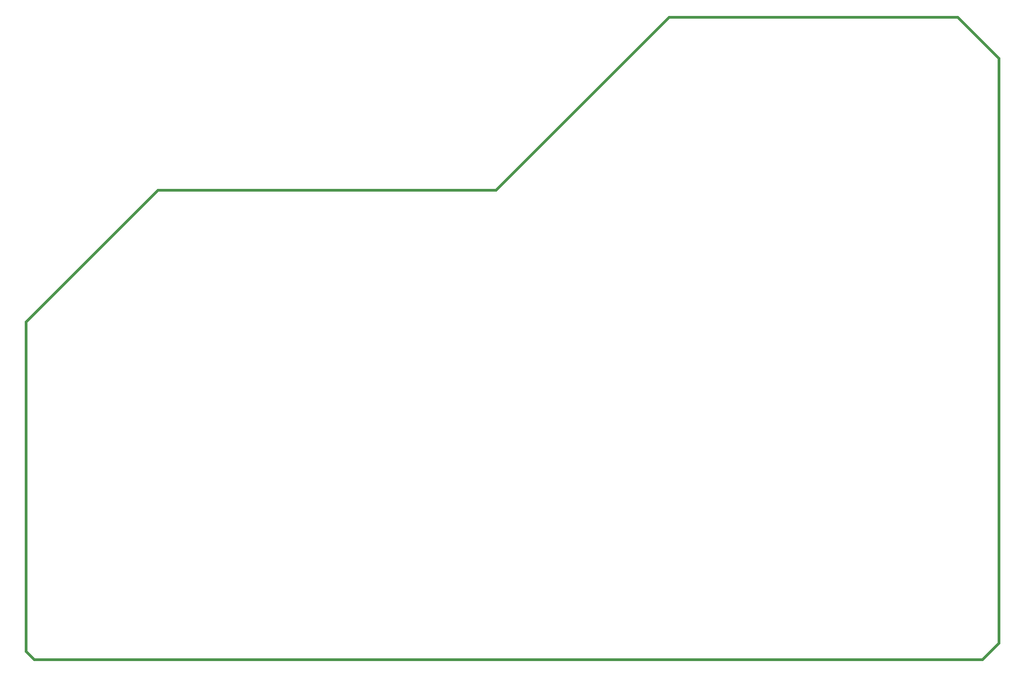
<source format=gko>
%FSLAX33Y33*%
%MOMM*%
%ADD10C,0.381*%
D10*
%LNpath-0*%
G01*
X0Y1270D02*
X0Y52070D01*
X20320Y72390*
X72390Y72390*
X99060Y99060*
X143510Y99060*
X149860Y92710*
X149860Y2540*
X147320Y0*
X1270Y0*
X0Y1270*
X0Y1270*
%LNpath-0*%
X0Y52070*
X20320Y72390*
X72390Y72390*
X99060Y99060*
X143510Y99060*
X149860Y92710*
X149860Y2540*
X147320Y0*
X1270Y0*
X0Y1270*
X0Y1270*
%LNmechanical details_traces*%
M02*
</source>
